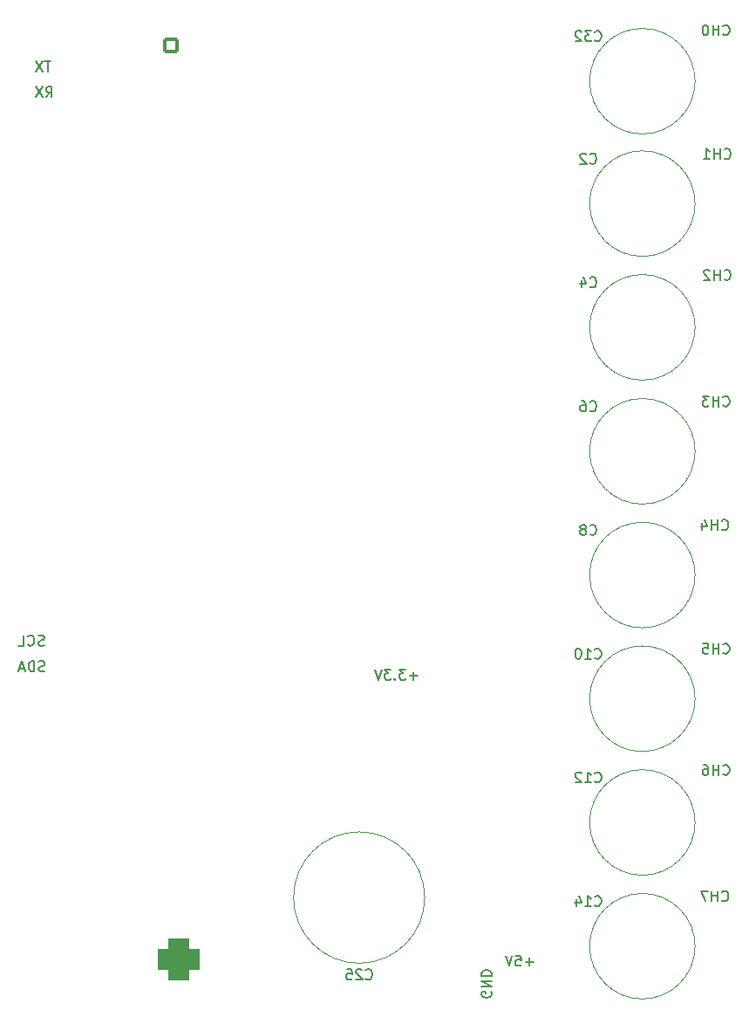
<source format=gbr>
%TF.GenerationSoftware,KiCad,Pcbnew,9.0.4*%
%TF.CreationDate,2025-11-02T13:51:21+01:00*%
%TF.ProjectId,controller,636f6e74-726f-46c6-9c65-722e6b696361,rev?*%
%TF.SameCoordinates,Original*%
%TF.FileFunction,Legend,Bot*%
%TF.FilePolarity,Positive*%
%FSLAX46Y46*%
G04 Gerber Fmt 4.6, Leading zero omitted, Abs format (unit mm)*
G04 Created by KiCad (PCBNEW 9.0.4) date 2025-11-02 13:51:21*
%MOMM*%
%LPD*%
G01*
G04 APERTURE LIST*
G04 Aperture macros list*
%AMRoundRect*
0 Rectangle with rounded corners*
0 $1 Rounding radius*
0 $2 $3 $4 $5 $6 $7 $8 $9 X,Y pos of 4 corners*
0 Add a 4 corners polygon primitive as box body*
4,1,4,$2,$3,$4,$5,$6,$7,$8,$9,$2,$3,0*
0 Add four circle primitives for the rounded corners*
1,1,$1+$1,$2,$3*
1,1,$1+$1,$4,$5*
1,1,$1+$1,$6,$7*
1,1,$1+$1,$8,$9*
0 Add four rect primitives between the rounded corners*
20,1,$1+$1,$2,$3,$4,$5,0*
20,1,$1+$1,$4,$5,$6,$7,0*
20,1,$1+$1,$6,$7,$8,$9,0*
20,1,$1+$1,$8,$9,$2,$3,0*%
%AMFreePoly0*
4,1,37,0.603843,0.796157,0.639018,0.796157,0.711114,0.766294,0.766294,0.711114,0.796157,0.639018,0.796157,0.603843,0.800000,0.600000,0.800000,-0.600000,0.796157,-0.603843,0.796157,-0.639018,0.766294,-0.711114,0.711114,-0.766294,0.639018,-0.796157,0.603843,-0.796157,0.600000,-0.800000,0.000000,-0.800000,0.000000,-0.796148,-0.078414,-0.796148,-0.232228,-0.765552,-0.377117,-0.705537,
-0.507515,-0.618408,-0.618408,-0.507515,-0.705537,-0.377117,-0.765552,-0.232228,-0.796148,-0.078414,-0.796148,0.078414,-0.765552,0.232228,-0.705537,0.377117,-0.618408,0.507515,-0.507515,0.618408,-0.377117,0.705537,-0.232228,0.765552,-0.078414,0.796148,0.000000,0.796148,0.000000,0.800000,0.600000,0.800000,0.603843,0.796157,0.603843,0.796157,$1*%
%AMFreePoly1*
4,1,37,0.000000,0.796148,0.078414,0.796148,0.232228,0.765552,0.377117,0.705537,0.507515,0.618408,0.618408,0.507515,0.705537,0.377117,0.765552,0.232228,0.796148,0.078414,0.796148,-0.078414,0.765552,-0.232228,0.705537,-0.377117,0.618408,-0.507515,0.507515,-0.618408,0.377117,-0.705537,0.232228,-0.765552,0.078414,-0.796148,0.000000,-0.796148,0.000000,-0.800000,-0.600000,-0.800000,
-0.603843,-0.796157,-0.639018,-0.796157,-0.711114,-0.766294,-0.766294,-0.711114,-0.796157,-0.639018,-0.796157,-0.603843,-0.800000,-0.600000,-0.800000,0.600000,-0.796157,0.603843,-0.796157,0.639018,-0.766294,0.711114,-0.711114,0.766294,-0.639018,0.796157,-0.603843,0.796157,-0.600000,0.800000,0.000000,0.800000,0.000000,0.796148,0.000000,0.796148,$1*%
G04 Aperture macros list end*
%ADD10C,0.150000*%
%ADD11C,0.120000*%
%ADD12C,5.700000*%
%ADD13C,3.600000*%
%ADD14C,2.200000*%
%ADD15C,1.850000*%
%ADD16RoundRect,0.200000X-0.600000X-0.600000X0.600000X-0.600000X0.600000X0.600000X-0.600000X0.600000X0*%
%ADD17C,1.600000*%
%ADD18FreePoly0,0.000000*%
%ADD19FreePoly1,0.000000*%
%ADD20C,2.000000*%
%ADD21R,1.700000X1.700000*%
%ADD22C,1.700000*%
%ADD23R,2.000000X2.000000*%
%ADD24R,2.000000X0.900000*%
%ADD25RoundRect,1.025000X1.025000X-1.025000X1.025000X1.025000X-1.025000X1.025000X-1.025000X-1.025000X0*%
%ADD26C,4.100000*%
G04 APERTURE END LIST*
D10*
X38958457Y-99022200D02*
X38815600Y-99069819D01*
X38815600Y-99069819D02*
X38577505Y-99069819D01*
X38577505Y-99069819D02*
X38482267Y-99022200D01*
X38482267Y-99022200D02*
X38434648Y-98974580D01*
X38434648Y-98974580D02*
X38387029Y-98879342D01*
X38387029Y-98879342D02*
X38387029Y-98784104D01*
X38387029Y-98784104D02*
X38434648Y-98688866D01*
X38434648Y-98688866D02*
X38482267Y-98641247D01*
X38482267Y-98641247D02*
X38577505Y-98593628D01*
X38577505Y-98593628D02*
X38767981Y-98546009D01*
X38767981Y-98546009D02*
X38863219Y-98498390D01*
X38863219Y-98498390D02*
X38910838Y-98450771D01*
X38910838Y-98450771D02*
X38958457Y-98355533D01*
X38958457Y-98355533D02*
X38958457Y-98260295D01*
X38958457Y-98260295D02*
X38910838Y-98165057D01*
X38910838Y-98165057D02*
X38863219Y-98117438D01*
X38863219Y-98117438D02*
X38767981Y-98069819D01*
X38767981Y-98069819D02*
X38529886Y-98069819D01*
X38529886Y-98069819D02*
X38387029Y-98117438D01*
X37958457Y-99069819D02*
X37958457Y-98069819D01*
X37958457Y-98069819D02*
X37720362Y-98069819D01*
X37720362Y-98069819D02*
X37577505Y-98117438D01*
X37577505Y-98117438D02*
X37482267Y-98212676D01*
X37482267Y-98212676D02*
X37434648Y-98307914D01*
X37434648Y-98307914D02*
X37387029Y-98498390D01*
X37387029Y-98498390D02*
X37387029Y-98641247D01*
X37387029Y-98641247D02*
X37434648Y-98831723D01*
X37434648Y-98831723D02*
X37482267Y-98926961D01*
X37482267Y-98926961D02*
X37577505Y-99022200D01*
X37577505Y-99022200D02*
X37720362Y-99069819D01*
X37720362Y-99069819D02*
X37958457Y-99069819D01*
X37006076Y-98784104D02*
X36529886Y-98784104D01*
X37101314Y-99069819D02*
X36767981Y-98069819D01*
X36767981Y-98069819D02*
X36434648Y-99069819D01*
X38917730Y-96522200D02*
X38774873Y-96569819D01*
X38774873Y-96569819D02*
X38536778Y-96569819D01*
X38536778Y-96569819D02*
X38441540Y-96522200D01*
X38441540Y-96522200D02*
X38393921Y-96474580D01*
X38393921Y-96474580D02*
X38346302Y-96379342D01*
X38346302Y-96379342D02*
X38346302Y-96284104D01*
X38346302Y-96284104D02*
X38393921Y-96188866D01*
X38393921Y-96188866D02*
X38441540Y-96141247D01*
X38441540Y-96141247D02*
X38536778Y-96093628D01*
X38536778Y-96093628D02*
X38727254Y-96046009D01*
X38727254Y-96046009D02*
X38822492Y-95998390D01*
X38822492Y-95998390D02*
X38870111Y-95950771D01*
X38870111Y-95950771D02*
X38917730Y-95855533D01*
X38917730Y-95855533D02*
X38917730Y-95760295D01*
X38917730Y-95760295D02*
X38870111Y-95665057D01*
X38870111Y-95665057D02*
X38822492Y-95617438D01*
X38822492Y-95617438D02*
X38727254Y-95569819D01*
X38727254Y-95569819D02*
X38489159Y-95569819D01*
X38489159Y-95569819D02*
X38346302Y-95617438D01*
X37346302Y-96474580D02*
X37393921Y-96522200D01*
X37393921Y-96522200D02*
X37536778Y-96569819D01*
X37536778Y-96569819D02*
X37632016Y-96569819D01*
X37632016Y-96569819D02*
X37774873Y-96522200D01*
X37774873Y-96522200D02*
X37870111Y-96426961D01*
X37870111Y-96426961D02*
X37917730Y-96331723D01*
X37917730Y-96331723D02*
X37965349Y-96141247D01*
X37965349Y-96141247D02*
X37965349Y-95998390D01*
X37965349Y-95998390D02*
X37917730Y-95807914D01*
X37917730Y-95807914D02*
X37870111Y-95712676D01*
X37870111Y-95712676D02*
X37774873Y-95617438D01*
X37774873Y-95617438D02*
X37632016Y-95569819D01*
X37632016Y-95569819D02*
X37536778Y-95569819D01*
X37536778Y-95569819D02*
X37393921Y-95617438D01*
X37393921Y-95617438D02*
X37346302Y-95665057D01*
X36441540Y-96569819D02*
X36917730Y-96569819D01*
X36917730Y-96569819D02*
X36917730Y-95569819D01*
X104841792Y-73274580D02*
X104889411Y-73322200D01*
X104889411Y-73322200D02*
X105032268Y-73369819D01*
X105032268Y-73369819D02*
X105127506Y-73369819D01*
X105127506Y-73369819D02*
X105270363Y-73322200D01*
X105270363Y-73322200D02*
X105365601Y-73226961D01*
X105365601Y-73226961D02*
X105413220Y-73131723D01*
X105413220Y-73131723D02*
X105460839Y-72941247D01*
X105460839Y-72941247D02*
X105460839Y-72798390D01*
X105460839Y-72798390D02*
X105413220Y-72607914D01*
X105413220Y-72607914D02*
X105365601Y-72512676D01*
X105365601Y-72512676D02*
X105270363Y-72417438D01*
X105270363Y-72417438D02*
X105127506Y-72369819D01*
X105127506Y-72369819D02*
X105032268Y-72369819D01*
X105032268Y-72369819D02*
X104889411Y-72417438D01*
X104889411Y-72417438D02*
X104841792Y-72465057D01*
X104413220Y-73369819D02*
X104413220Y-72369819D01*
X104413220Y-72846009D02*
X103841792Y-72846009D01*
X103841792Y-73369819D02*
X103841792Y-72369819D01*
X103460839Y-72369819D02*
X102841792Y-72369819D01*
X102841792Y-72369819D02*
X103175125Y-72750771D01*
X103175125Y-72750771D02*
X103032268Y-72750771D01*
X103032268Y-72750771D02*
X102937030Y-72798390D01*
X102937030Y-72798390D02*
X102889411Y-72846009D01*
X102889411Y-72846009D02*
X102841792Y-72941247D01*
X102841792Y-72941247D02*
X102841792Y-73179342D01*
X102841792Y-73179342D02*
X102889411Y-73274580D01*
X102889411Y-73274580D02*
X102937030Y-73322200D01*
X102937030Y-73322200D02*
X103032268Y-73369819D01*
X103032268Y-73369819D02*
X103317982Y-73369819D01*
X103317982Y-73369819D02*
X103413220Y-73322200D01*
X103413220Y-73322200D02*
X103460839Y-73274580D01*
X104841792Y-109024580D02*
X104889411Y-109072200D01*
X104889411Y-109072200D02*
X105032268Y-109119819D01*
X105032268Y-109119819D02*
X105127506Y-109119819D01*
X105127506Y-109119819D02*
X105270363Y-109072200D01*
X105270363Y-109072200D02*
X105365601Y-108976961D01*
X105365601Y-108976961D02*
X105413220Y-108881723D01*
X105413220Y-108881723D02*
X105460839Y-108691247D01*
X105460839Y-108691247D02*
X105460839Y-108548390D01*
X105460839Y-108548390D02*
X105413220Y-108357914D01*
X105413220Y-108357914D02*
X105365601Y-108262676D01*
X105365601Y-108262676D02*
X105270363Y-108167438D01*
X105270363Y-108167438D02*
X105127506Y-108119819D01*
X105127506Y-108119819D02*
X105032268Y-108119819D01*
X105032268Y-108119819D02*
X104889411Y-108167438D01*
X104889411Y-108167438D02*
X104841792Y-108215057D01*
X104413220Y-109119819D02*
X104413220Y-108119819D01*
X104413220Y-108596009D02*
X103841792Y-108596009D01*
X103841792Y-109119819D02*
X103841792Y-108119819D01*
X102937030Y-108119819D02*
X103127506Y-108119819D01*
X103127506Y-108119819D02*
X103222744Y-108167438D01*
X103222744Y-108167438D02*
X103270363Y-108215057D01*
X103270363Y-108215057D02*
X103365601Y-108357914D01*
X103365601Y-108357914D02*
X103413220Y-108548390D01*
X103413220Y-108548390D02*
X103413220Y-108929342D01*
X103413220Y-108929342D02*
X103365601Y-109024580D01*
X103365601Y-109024580D02*
X103317982Y-109072200D01*
X103317982Y-109072200D02*
X103222744Y-109119819D01*
X103222744Y-109119819D02*
X103032268Y-109119819D01*
X103032268Y-109119819D02*
X102937030Y-109072200D01*
X102937030Y-109072200D02*
X102889411Y-109024580D01*
X102889411Y-109024580D02*
X102841792Y-108929342D01*
X102841792Y-108929342D02*
X102841792Y-108691247D01*
X102841792Y-108691247D02*
X102889411Y-108596009D01*
X102889411Y-108596009D02*
X102937030Y-108548390D01*
X102937030Y-108548390D02*
X103032268Y-108500771D01*
X103032268Y-108500771D02*
X103222744Y-108500771D01*
X103222744Y-108500771D02*
X103317982Y-108548390D01*
X103317982Y-108548390D02*
X103365601Y-108596009D01*
X103365601Y-108596009D02*
X103413220Y-108691247D01*
X104721792Y-121274580D02*
X104769411Y-121322200D01*
X104769411Y-121322200D02*
X104912268Y-121369819D01*
X104912268Y-121369819D02*
X105007506Y-121369819D01*
X105007506Y-121369819D02*
X105150363Y-121322200D01*
X105150363Y-121322200D02*
X105245601Y-121226961D01*
X105245601Y-121226961D02*
X105293220Y-121131723D01*
X105293220Y-121131723D02*
X105340839Y-120941247D01*
X105340839Y-120941247D02*
X105340839Y-120798390D01*
X105340839Y-120798390D02*
X105293220Y-120607914D01*
X105293220Y-120607914D02*
X105245601Y-120512676D01*
X105245601Y-120512676D02*
X105150363Y-120417438D01*
X105150363Y-120417438D02*
X105007506Y-120369819D01*
X105007506Y-120369819D02*
X104912268Y-120369819D01*
X104912268Y-120369819D02*
X104769411Y-120417438D01*
X104769411Y-120417438D02*
X104721792Y-120465057D01*
X104293220Y-121369819D02*
X104293220Y-120369819D01*
X104293220Y-120846009D02*
X103721792Y-120846009D01*
X103721792Y-121369819D02*
X103721792Y-120369819D01*
X103340839Y-120369819D02*
X102674173Y-120369819D01*
X102674173Y-120369819D02*
X103102744Y-121369819D01*
X39091792Y-43369819D02*
X39425125Y-42893628D01*
X39663220Y-43369819D02*
X39663220Y-42369819D01*
X39663220Y-42369819D02*
X39282268Y-42369819D01*
X39282268Y-42369819D02*
X39187030Y-42417438D01*
X39187030Y-42417438D02*
X39139411Y-42465057D01*
X39139411Y-42465057D02*
X39091792Y-42560295D01*
X39091792Y-42560295D02*
X39091792Y-42703152D01*
X39091792Y-42703152D02*
X39139411Y-42798390D01*
X39139411Y-42798390D02*
X39187030Y-42846009D01*
X39187030Y-42846009D02*
X39282268Y-42893628D01*
X39282268Y-42893628D02*
X39663220Y-42893628D01*
X38758458Y-42369819D02*
X38091792Y-43369819D01*
X38091792Y-42369819D02*
X38758458Y-43369819D01*
X86413220Y-127238866D02*
X85651316Y-127238866D01*
X86032268Y-127619819D02*
X86032268Y-126857914D01*
X84698935Y-126619819D02*
X85175125Y-126619819D01*
X85175125Y-126619819D02*
X85222744Y-127096009D01*
X85222744Y-127096009D02*
X85175125Y-127048390D01*
X85175125Y-127048390D02*
X85079887Y-127000771D01*
X85079887Y-127000771D02*
X84841792Y-127000771D01*
X84841792Y-127000771D02*
X84746554Y-127048390D01*
X84746554Y-127048390D02*
X84698935Y-127096009D01*
X84698935Y-127096009D02*
X84651316Y-127191247D01*
X84651316Y-127191247D02*
X84651316Y-127429342D01*
X84651316Y-127429342D02*
X84698935Y-127524580D01*
X84698935Y-127524580D02*
X84746554Y-127572200D01*
X84746554Y-127572200D02*
X84841792Y-127619819D01*
X84841792Y-127619819D02*
X85079887Y-127619819D01*
X85079887Y-127619819D02*
X85175125Y-127572200D01*
X85175125Y-127572200D02*
X85222744Y-127524580D01*
X84365601Y-126619819D02*
X84032268Y-127619819D01*
X84032268Y-127619819D02*
X83698935Y-126619819D01*
X82332561Y-130139411D02*
X82380180Y-130234649D01*
X82380180Y-130234649D02*
X82380180Y-130377506D01*
X82380180Y-130377506D02*
X82332561Y-130520363D01*
X82332561Y-130520363D02*
X82237323Y-130615601D01*
X82237323Y-130615601D02*
X82142085Y-130663220D01*
X82142085Y-130663220D02*
X81951609Y-130710839D01*
X81951609Y-130710839D02*
X81808752Y-130710839D01*
X81808752Y-130710839D02*
X81618276Y-130663220D01*
X81618276Y-130663220D02*
X81523038Y-130615601D01*
X81523038Y-130615601D02*
X81427800Y-130520363D01*
X81427800Y-130520363D02*
X81380180Y-130377506D01*
X81380180Y-130377506D02*
X81380180Y-130282268D01*
X81380180Y-130282268D02*
X81427800Y-130139411D01*
X81427800Y-130139411D02*
X81475419Y-130091792D01*
X81475419Y-130091792D02*
X81808752Y-130091792D01*
X81808752Y-130091792D02*
X81808752Y-130282268D01*
X81380180Y-129663220D02*
X82380180Y-129663220D01*
X82380180Y-129663220D02*
X81380180Y-129091792D01*
X81380180Y-129091792D02*
X82380180Y-129091792D01*
X81380180Y-128615601D02*
X82380180Y-128615601D01*
X82380180Y-128615601D02*
X82380180Y-128377506D01*
X82380180Y-128377506D02*
X82332561Y-128234649D01*
X82332561Y-128234649D02*
X82237323Y-128139411D01*
X82237323Y-128139411D02*
X82142085Y-128091792D01*
X82142085Y-128091792D02*
X81951609Y-128044173D01*
X81951609Y-128044173D02*
X81808752Y-128044173D01*
X81808752Y-128044173D02*
X81618276Y-128091792D01*
X81618276Y-128091792D02*
X81523038Y-128139411D01*
X81523038Y-128139411D02*
X81427800Y-128234649D01*
X81427800Y-128234649D02*
X81380180Y-128377506D01*
X81380180Y-128377506D02*
X81380180Y-128615601D01*
X75163220Y-99488866D02*
X74401316Y-99488866D01*
X74782268Y-99869819D02*
X74782268Y-99107914D01*
X74020363Y-98869819D02*
X73401316Y-98869819D01*
X73401316Y-98869819D02*
X73734649Y-99250771D01*
X73734649Y-99250771D02*
X73591792Y-99250771D01*
X73591792Y-99250771D02*
X73496554Y-99298390D01*
X73496554Y-99298390D02*
X73448935Y-99346009D01*
X73448935Y-99346009D02*
X73401316Y-99441247D01*
X73401316Y-99441247D02*
X73401316Y-99679342D01*
X73401316Y-99679342D02*
X73448935Y-99774580D01*
X73448935Y-99774580D02*
X73496554Y-99822200D01*
X73496554Y-99822200D02*
X73591792Y-99869819D01*
X73591792Y-99869819D02*
X73877506Y-99869819D01*
X73877506Y-99869819D02*
X73972744Y-99822200D01*
X73972744Y-99822200D02*
X74020363Y-99774580D01*
X72972744Y-99774580D02*
X72925125Y-99822200D01*
X72925125Y-99822200D02*
X72972744Y-99869819D01*
X72972744Y-99869819D02*
X73020363Y-99822200D01*
X73020363Y-99822200D02*
X72972744Y-99774580D01*
X72972744Y-99774580D02*
X72972744Y-99869819D01*
X72591792Y-98869819D02*
X71972745Y-98869819D01*
X71972745Y-98869819D02*
X72306078Y-99250771D01*
X72306078Y-99250771D02*
X72163221Y-99250771D01*
X72163221Y-99250771D02*
X72067983Y-99298390D01*
X72067983Y-99298390D02*
X72020364Y-99346009D01*
X72020364Y-99346009D02*
X71972745Y-99441247D01*
X71972745Y-99441247D02*
X71972745Y-99679342D01*
X71972745Y-99679342D02*
X72020364Y-99774580D01*
X72020364Y-99774580D02*
X72067983Y-99822200D01*
X72067983Y-99822200D02*
X72163221Y-99869819D01*
X72163221Y-99869819D02*
X72448935Y-99869819D01*
X72448935Y-99869819D02*
X72544173Y-99822200D01*
X72544173Y-99822200D02*
X72591792Y-99774580D01*
X71687030Y-98869819D02*
X71353697Y-99869819D01*
X71353697Y-99869819D02*
X71020364Y-98869819D01*
X104961792Y-49274580D02*
X105009411Y-49322200D01*
X105009411Y-49322200D02*
X105152268Y-49369819D01*
X105152268Y-49369819D02*
X105247506Y-49369819D01*
X105247506Y-49369819D02*
X105390363Y-49322200D01*
X105390363Y-49322200D02*
X105485601Y-49226961D01*
X105485601Y-49226961D02*
X105533220Y-49131723D01*
X105533220Y-49131723D02*
X105580839Y-48941247D01*
X105580839Y-48941247D02*
X105580839Y-48798390D01*
X105580839Y-48798390D02*
X105533220Y-48607914D01*
X105533220Y-48607914D02*
X105485601Y-48512676D01*
X105485601Y-48512676D02*
X105390363Y-48417438D01*
X105390363Y-48417438D02*
X105247506Y-48369819D01*
X105247506Y-48369819D02*
X105152268Y-48369819D01*
X105152268Y-48369819D02*
X105009411Y-48417438D01*
X105009411Y-48417438D02*
X104961792Y-48465057D01*
X104533220Y-49369819D02*
X104533220Y-48369819D01*
X104533220Y-48846009D02*
X103961792Y-48846009D01*
X103961792Y-49369819D02*
X103961792Y-48369819D01*
X102961792Y-49369819D02*
X103533220Y-49369819D01*
X103247506Y-49369819D02*
X103247506Y-48369819D01*
X103247506Y-48369819D02*
X103342744Y-48512676D01*
X103342744Y-48512676D02*
X103437982Y-48607914D01*
X103437982Y-48607914D02*
X103533220Y-48655533D01*
X39556077Y-39869819D02*
X38984649Y-39869819D01*
X39270363Y-40869819D02*
X39270363Y-39869819D01*
X38746553Y-39869819D02*
X38079887Y-40869819D01*
X38079887Y-39869819D02*
X38746553Y-40869819D01*
X104841792Y-37274580D02*
X104889411Y-37322200D01*
X104889411Y-37322200D02*
X105032268Y-37369819D01*
X105032268Y-37369819D02*
X105127506Y-37369819D01*
X105127506Y-37369819D02*
X105270363Y-37322200D01*
X105270363Y-37322200D02*
X105365601Y-37226961D01*
X105365601Y-37226961D02*
X105413220Y-37131723D01*
X105413220Y-37131723D02*
X105460839Y-36941247D01*
X105460839Y-36941247D02*
X105460839Y-36798390D01*
X105460839Y-36798390D02*
X105413220Y-36607914D01*
X105413220Y-36607914D02*
X105365601Y-36512676D01*
X105365601Y-36512676D02*
X105270363Y-36417438D01*
X105270363Y-36417438D02*
X105127506Y-36369819D01*
X105127506Y-36369819D02*
X105032268Y-36369819D01*
X105032268Y-36369819D02*
X104889411Y-36417438D01*
X104889411Y-36417438D02*
X104841792Y-36465057D01*
X104413220Y-37369819D02*
X104413220Y-36369819D01*
X104413220Y-36846009D02*
X103841792Y-36846009D01*
X103841792Y-37369819D02*
X103841792Y-36369819D01*
X103175125Y-36369819D02*
X103079887Y-36369819D01*
X103079887Y-36369819D02*
X102984649Y-36417438D01*
X102984649Y-36417438D02*
X102937030Y-36465057D01*
X102937030Y-36465057D02*
X102889411Y-36560295D01*
X102889411Y-36560295D02*
X102841792Y-36750771D01*
X102841792Y-36750771D02*
X102841792Y-36988866D01*
X102841792Y-36988866D02*
X102889411Y-37179342D01*
X102889411Y-37179342D02*
X102937030Y-37274580D01*
X102937030Y-37274580D02*
X102984649Y-37322200D01*
X102984649Y-37322200D02*
X103079887Y-37369819D01*
X103079887Y-37369819D02*
X103175125Y-37369819D01*
X103175125Y-37369819D02*
X103270363Y-37322200D01*
X103270363Y-37322200D02*
X103317982Y-37274580D01*
X103317982Y-37274580D02*
X103365601Y-37179342D01*
X103365601Y-37179342D02*
X103413220Y-36988866D01*
X103413220Y-36988866D02*
X103413220Y-36750771D01*
X103413220Y-36750771D02*
X103365601Y-36560295D01*
X103365601Y-36560295D02*
X103317982Y-36465057D01*
X103317982Y-36465057D02*
X103270363Y-36417438D01*
X103270363Y-36417438D02*
X103175125Y-36369819D01*
X104841792Y-97274580D02*
X104889411Y-97322200D01*
X104889411Y-97322200D02*
X105032268Y-97369819D01*
X105032268Y-97369819D02*
X105127506Y-97369819D01*
X105127506Y-97369819D02*
X105270363Y-97322200D01*
X105270363Y-97322200D02*
X105365601Y-97226961D01*
X105365601Y-97226961D02*
X105413220Y-97131723D01*
X105413220Y-97131723D02*
X105460839Y-96941247D01*
X105460839Y-96941247D02*
X105460839Y-96798390D01*
X105460839Y-96798390D02*
X105413220Y-96607914D01*
X105413220Y-96607914D02*
X105365601Y-96512676D01*
X105365601Y-96512676D02*
X105270363Y-96417438D01*
X105270363Y-96417438D02*
X105127506Y-96369819D01*
X105127506Y-96369819D02*
X105032268Y-96369819D01*
X105032268Y-96369819D02*
X104889411Y-96417438D01*
X104889411Y-96417438D02*
X104841792Y-96465057D01*
X104413220Y-97369819D02*
X104413220Y-96369819D01*
X104413220Y-96846009D02*
X103841792Y-96846009D01*
X103841792Y-97369819D02*
X103841792Y-96369819D01*
X102889411Y-96369819D02*
X103365601Y-96369819D01*
X103365601Y-96369819D02*
X103413220Y-96846009D01*
X103413220Y-96846009D02*
X103365601Y-96798390D01*
X103365601Y-96798390D02*
X103270363Y-96750771D01*
X103270363Y-96750771D02*
X103032268Y-96750771D01*
X103032268Y-96750771D02*
X102937030Y-96798390D01*
X102937030Y-96798390D02*
X102889411Y-96846009D01*
X102889411Y-96846009D02*
X102841792Y-96941247D01*
X102841792Y-96941247D02*
X102841792Y-97179342D01*
X102841792Y-97179342D02*
X102889411Y-97274580D01*
X102889411Y-97274580D02*
X102937030Y-97322200D01*
X102937030Y-97322200D02*
X103032268Y-97369819D01*
X103032268Y-97369819D02*
X103270363Y-97369819D01*
X103270363Y-97369819D02*
X103365601Y-97322200D01*
X103365601Y-97322200D02*
X103413220Y-97274580D01*
X104961792Y-61024580D02*
X105009411Y-61072200D01*
X105009411Y-61072200D02*
X105152268Y-61119819D01*
X105152268Y-61119819D02*
X105247506Y-61119819D01*
X105247506Y-61119819D02*
X105390363Y-61072200D01*
X105390363Y-61072200D02*
X105485601Y-60976961D01*
X105485601Y-60976961D02*
X105533220Y-60881723D01*
X105533220Y-60881723D02*
X105580839Y-60691247D01*
X105580839Y-60691247D02*
X105580839Y-60548390D01*
X105580839Y-60548390D02*
X105533220Y-60357914D01*
X105533220Y-60357914D02*
X105485601Y-60262676D01*
X105485601Y-60262676D02*
X105390363Y-60167438D01*
X105390363Y-60167438D02*
X105247506Y-60119819D01*
X105247506Y-60119819D02*
X105152268Y-60119819D01*
X105152268Y-60119819D02*
X105009411Y-60167438D01*
X105009411Y-60167438D02*
X104961792Y-60215057D01*
X104533220Y-61119819D02*
X104533220Y-60119819D01*
X104533220Y-60596009D02*
X103961792Y-60596009D01*
X103961792Y-61119819D02*
X103961792Y-60119819D01*
X103533220Y-60215057D02*
X103485601Y-60167438D01*
X103485601Y-60167438D02*
X103390363Y-60119819D01*
X103390363Y-60119819D02*
X103152268Y-60119819D01*
X103152268Y-60119819D02*
X103057030Y-60167438D01*
X103057030Y-60167438D02*
X103009411Y-60215057D01*
X103009411Y-60215057D02*
X102961792Y-60310295D01*
X102961792Y-60310295D02*
X102961792Y-60405533D01*
X102961792Y-60405533D02*
X103009411Y-60548390D01*
X103009411Y-60548390D02*
X103580839Y-61119819D01*
X103580839Y-61119819D02*
X102961792Y-61119819D01*
X104721792Y-85274580D02*
X104769411Y-85322200D01*
X104769411Y-85322200D02*
X104912268Y-85369819D01*
X104912268Y-85369819D02*
X105007506Y-85369819D01*
X105007506Y-85369819D02*
X105150363Y-85322200D01*
X105150363Y-85322200D02*
X105245601Y-85226961D01*
X105245601Y-85226961D02*
X105293220Y-85131723D01*
X105293220Y-85131723D02*
X105340839Y-84941247D01*
X105340839Y-84941247D02*
X105340839Y-84798390D01*
X105340839Y-84798390D02*
X105293220Y-84607914D01*
X105293220Y-84607914D02*
X105245601Y-84512676D01*
X105245601Y-84512676D02*
X105150363Y-84417438D01*
X105150363Y-84417438D02*
X105007506Y-84369819D01*
X105007506Y-84369819D02*
X104912268Y-84369819D01*
X104912268Y-84369819D02*
X104769411Y-84417438D01*
X104769411Y-84417438D02*
X104721792Y-84465057D01*
X104293220Y-85369819D02*
X104293220Y-84369819D01*
X104293220Y-84846009D02*
X103721792Y-84846009D01*
X103721792Y-85369819D02*
X103721792Y-84369819D01*
X102817030Y-84703152D02*
X102817030Y-85369819D01*
X103055125Y-84322200D02*
X103293220Y-85036485D01*
X103293220Y-85036485D02*
X102674173Y-85036485D01*
X91916666Y-73754580D02*
X91964285Y-73802200D01*
X91964285Y-73802200D02*
X92107142Y-73849819D01*
X92107142Y-73849819D02*
X92202380Y-73849819D01*
X92202380Y-73849819D02*
X92345237Y-73802200D01*
X92345237Y-73802200D02*
X92440475Y-73706961D01*
X92440475Y-73706961D02*
X92488094Y-73611723D01*
X92488094Y-73611723D02*
X92535713Y-73421247D01*
X92535713Y-73421247D02*
X92535713Y-73278390D01*
X92535713Y-73278390D02*
X92488094Y-73087914D01*
X92488094Y-73087914D02*
X92440475Y-72992676D01*
X92440475Y-72992676D02*
X92345237Y-72897438D01*
X92345237Y-72897438D02*
X92202380Y-72849819D01*
X92202380Y-72849819D02*
X92107142Y-72849819D01*
X92107142Y-72849819D02*
X91964285Y-72897438D01*
X91964285Y-72897438D02*
X91916666Y-72945057D01*
X91059523Y-72849819D02*
X91249999Y-72849819D01*
X91249999Y-72849819D02*
X91345237Y-72897438D01*
X91345237Y-72897438D02*
X91392856Y-72945057D01*
X91392856Y-72945057D02*
X91488094Y-73087914D01*
X91488094Y-73087914D02*
X91535713Y-73278390D01*
X91535713Y-73278390D02*
X91535713Y-73659342D01*
X91535713Y-73659342D02*
X91488094Y-73754580D01*
X91488094Y-73754580D02*
X91440475Y-73802200D01*
X91440475Y-73802200D02*
X91345237Y-73849819D01*
X91345237Y-73849819D02*
X91154761Y-73849819D01*
X91154761Y-73849819D02*
X91059523Y-73802200D01*
X91059523Y-73802200D02*
X91011904Y-73754580D01*
X91011904Y-73754580D02*
X90964285Y-73659342D01*
X90964285Y-73659342D02*
X90964285Y-73421247D01*
X90964285Y-73421247D02*
X91011904Y-73326009D01*
X91011904Y-73326009D02*
X91059523Y-73278390D01*
X91059523Y-73278390D02*
X91154761Y-73230771D01*
X91154761Y-73230771D02*
X91345237Y-73230771D01*
X91345237Y-73230771D02*
X91440475Y-73278390D01*
X91440475Y-73278390D02*
X91488094Y-73326009D01*
X91488094Y-73326009D02*
X91535713Y-73421247D01*
X92392857Y-121754580D02*
X92440476Y-121802200D01*
X92440476Y-121802200D02*
X92583333Y-121849819D01*
X92583333Y-121849819D02*
X92678571Y-121849819D01*
X92678571Y-121849819D02*
X92821428Y-121802200D01*
X92821428Y-121802200D02*
X92916666Y-121706961D01*
X92916666Y-121706961D02*
X92964285Y-121611723D01*
X92964285Y-121611723D02*
X93011904Y-121421247D01*
X93011904Y-121421247D02*
X93011904Y-121278390D01*
X93011904Y-121278390D02*
X92964285Y-121087914D01*
X92964285Y-121087914D02*
X92916666Y-120992676D01*
X92916666Y-120992676D02*
X92821428Y-120897438D01*
X92821428Y-120897438D02*
X92678571Y-120849819D01*
X92678571Y-120849819D02*
X92583333Y-120849819D01*
X92583333Y-120849819D02*
X92440476Y-120897438D01*
X92440476Y-120897438D02*
X92392857Y-120945057D01*
X91440476Y-121849819D02*
X92011904Y-121849819D01*
X91726190Y-121849819D02*
X91726190Y-120849819D01*
X91726190Y-120849819D02*
X91821428Y-120992676D01*
X91821428Y-120992676D02*
X91916666Y-121087914D01*
X91916666Y-121087914D02*
X92011904Y-121135533D01*
X90583333Y-121183152D02*
X90583333Y-121849819D01*
X90821428Y-120802200D02*
X91059523Y-121516485D01*
X91059523Y-121516485D02*
X90440476Y-121516485D01*
X92392857Y-97754580D02*
X92440476Y-97802200D01*
X92440476Y-97802200D02*
X92583333Y-97849819D01*
X92583333Y-97849819D02*
X92678571Y-97849819D01*
X92678571Y-97849819D02*
X92821428Y-97802200D01*
X92821428Y-97802200D02*
X92916666Y-97706961D01*
X92916666Y-97706961D02*
X92964285Y-97611723D01*
X92964285Y-97611723D02*
X93011904Y-97421247D01*
X93011904Y-97421247D02*
X93011904Y-97278390D01*
X93011904Y-97278390D02*
X92964285Y-97087914D01*
X92964285Y-97087914D02*
X92916666Y-96992676D01*
X92916666Y-96992676D02*
X92821428Y-96897438D01*
X92821428Y-96897438D02*
X92678571Y-96849819D01*
X92678571Y-96849819D02*
X92583333Y-96849819D01*
X92583333Y-96849819D02*
X92440476Y-96897438D01*
X92440476Y-96897438D02*
X92392857Y-96945057D01*
X91440476Y-97849819D02*
X92011904Y-97849819D01*
X91726190Y-97849819D02*
X91726190Y-96849819D01*
X91726190Y-96849819D02*
X91821428Y-96992676D01*
X91821428Y-96992676D02*
X91916666Y-97087914D01*
X91916666Y-97087914D02*
X92011904Y-97135533D01*
X90821428Y-96849819D02*
X90726190Y-96849819D01*
X90726190Y-96849819D02*
X90630952Y-96897438D01*
X90630952Y-96897438D02*
X90583333Y-96945057D01*
X90583333Y-96945057D02*
X90535714Y-97040295D01*
X90535714Y-97040295D02*
X90488095Y-97230771D01*
X90488095Y-97230771D02*
X90488095Y-97468866D01*
X90488095Y-97468866D02*
X90535714Y-97659342D01*
X90535714Y-97659342D02*
X90583333Y-97754580D01*
X90583333Y-97754580D02*
X90630952Y-97802200D01*
X90630952Y-97802200D02*
X90726190Y-97849819D01*
X90726190Y-97849819D02*
X90821428Y-97849819D01*
X90821428Y-97849819D02*
X90916666Y-97802200D01*
X90916666Y-97802200D02*
X90964285Y-97754580D01*
X90964285Y-97754580D02*
X91011904Y-97659342D01*
X91011904Y-97659342D02*
X91059523Y-97468866D01*
X91059523Y-97468866D02*
X91059523Y-97230771D01*
X91059523Y-97230771D02*
X91011904Y-97040295D01*
X91011904Y-97040295D02*
X90964285Y-96945057D01*
X90964285Y-96945057D02*
X90916666Y-96897438D01*
X90916666Y-96897438D02*
X90821428Y-96849819D01*
X91916666Y-49734580D02*
X91964285Y-49782200D01*
X91964285Y-49782200D02*
X92107142Y-49829819D01*
X92107142Y-49829819D02*
X92202380Y-49829819D01*
X92202380Y-49829819D02*
X92345237Y-49782200D01*
X92345237Y-49782200D02*
X92440475Y-49686961D01*
X92440475Y-49686961D02*
X92488094Y-49591723D01*
X92488094Y-49591723D02*
X92535713Y-49401247D01*
X92535713Y-49401247D02*
X92535713Y-49258390D01*
X92535713Y-49258390D02*
X92488094Y-49067914D01*
X92488094Y-49067914D02*
X92440475Y-48972676D01*
X92440475Y-48972676D02*
X92345237Y-48877438D01*
X92345237Y-48877438D02*
X92202380Y-48829819D01*
X92202380Y-48829819D02*
X92107142Y-48829819D01*
X92107142Y-48829819D02*
X91964285Y-48877438D01*
X91964285Y-48877438D02*
X91916666Y-48925057D01*
X91535713Y-48925057D02*
X91488094Y-48877438D01*
X91488094Y-48877438D02*
X91392856Y-48829819D01*
X91392856Y-48829819D02*
X91154761Y-48829819D01*
X91154761Y-48829819D02*
X91059523Y-48877438D01*
X91059523Y-48877438D02*
X91011904Y-48925057D01*
X91011904Y-48925057D02*
X90964285Y-49020295D01*
X90964285Y-49020295D02*
X90964285Y-49115533D01*
X90964285Y-49115533D02*
X91011904Y-49258390D01*
X91011904Y-49258390D02*
X91583332Y-49829819D01*
X91583332Y-49829819D02*
X90964285Y-49829819D01*
X92392857Y-37859580D02*
X92440476Y-37907200D01*
X92440476Y-37907200D02*
X92583333Y-37954819D01*
X92583333Y-37954819D02*
X92678571Y-37954819D01*
X92678571Y-37954819D02*
X92821428Y-37907200D01*
X92821428Y-37907200D02*
X92916666Y-37811961D01*
X92916666Y-37811961D02*
X92964285Y-37716723D01*
X92964285Y-37716723D02*
X93011904Y-37526247D01*
X93011904Y-37526247D02*
X93011904Y-37383390D01*
X93011904Y-37383390D02*
X92964285Y-37192914D01*
X92964285Y-37192914D02*
X92916666Y-37097676D01*
X92916666Y-37097676D02*
X92821428Y-37002438D01*
X92821428Y-37002438D02*
X92678571Y-36954819D01*
X92678571Y-36954819D02*
X92583333Y-36954819D01*
X92583333Y-36954819D02*
X92440476Y-37002438D01*
X92440476Y-37002438D02*
X92392857Y-37050057D01*
X92059523Y-36954819D02*
X91440476Y-36954819D01*
X91440476Y-36954819D02*
X91773809Y-37335771D01*
X91773809Y-37335771D02*
X91630952Y-37335771D01*
X91630952Y-37335771D02*
X91535714Y-37383390D01*
X91535714Y-37383390D02*
X91488095Y-37431009D01*
X91488095Y-37431009D02*
X91440476Y-37526247D01*
X91440476Y-37526247D02*
X91440476Y-37764342D01*
X91440476Y-37764342D02*
X91488095Y-37859580D01*
X91488095Y-37859580D02*
X91535714Y-37907200D01*
X91535714Y-37907200D02*
X91630952Y-37954819D01*
X91630952Y-37954819D02*
X91916666Y-37954819D01*
X91916666Y-37954819D02*
X92011904Y-37907200D01*
X92011904Y-37907200D02*
X92059523Y-37859580D01*
X91059523Y-37050057D02*
X91011904Y-37002438D01*
X91011904Y-37002438D02*
X90916666Y-36954819D01*
X90916666Y-36954819D02*
X90678571Y-36954819D01*
X90678571Y-36954819D02*
X90583333Y-37002438D01*
X90583333Y-37002438D02*
X90535714Y-37050057D01*
X90535714Y-37050057D02*
X90488095Y-37145295D01*
X90488095Y-37145295D02*
X90488095Y-37240533D01*
X90488095Y-37240533D02*
X90535714Y-37383390D01*
X90535714Y-37383390D02*
X91107142Y-37954819D01*
X91107142Y-37954819D02*
X90488095Y-37954819D01*
X91916666Y-61734580D02*
X91964285Y-61782200D01*
X91964285Y-61782200D02*
X92107142Y-61829819D01*
X92107142Y-61829819D02*
X92202380Y-61829819D01*
X92202380Y-61829819D02*
X92345237Y-61782200D01*
X92345237Y-61782200D02*
X92440475Y-61686961D01*
X92440475Y-61686961D02*
X92488094Y-61591723D01*
X92488094Y-61591723D02*
X92535713Y-61401247D01*
X92535713Y-61401247D02*
X92535713Y-61258390D01*
X92535713Y-61258390D02*
X92488094Y-61067914D01*
X92488094Y-61067914D02*
X92440475Y-60972676D01*
X92440475Y-60972676D02*
X92345237Y-60877438D01*
X92345237Y-60877438D02*
X92202380Y-60829819D01*
X92202380Y-60829819D02*
X92107142Y-60829819D01*
X92107142Y-60829819D02*
X91964285Y-60877438D01*
X91964285Y-60877438D02*
X91916666Y-60925057D01*
X91059523Y-61163152D02*
X91059523Y-61829819D01*
X91297618Y-60782200D02*
X91535713Y-61496485D01*
X91535713Y-61496485D02*
X90916666Y-61496485D01*
X70142857Y-128859580D02*
X70190476Y-128907200D01*
X70190476Y-128907200D02*
X70333333Y-128954819D01*
X70333333Y-128954819D02*
X70428571Y-128954819D01*
X70428571Y-128954819D02*
X70571428Y-128907200D01*
X70571428Y-128907200D02*
X70666666Y-128811961D01*
X70666666Y-128811961D02*
X70714285Y-128716723D01*
X70714285Y-128716723D02*
X70761904Y-128526247D01*
X70761904Y-128526247D02*
X70761904Y-128383390D01*
X70761904Y-128383390D02*
X70714285Y-128192914D01*
X70714285Y-128192914D02*
X70666666Y-128097676D01*
X70666666Y-128097676D02*
X70571428Y-128002438D01*
X70571428Y-128002438D02*
X70428571Y-127954819D01*
X70428571Y-127954819D02*
X70333333Y-127954819D01*
X70333333Y-127954819D02*
X70190476Y-128002438D01*
X70190476Y-128002438D02*
X70142857Y-128050057D01*
X69761904Y-128050057D02*
X69714285Y-128002438D01*
X69714285Y-128002438D02*
X69619047Y-127954819D01*
X69619047Y-127954819D02*
X69380952Y-127954819D01*
X69380952Y-127954819D02*
X69285714Y-128002438D01*
X69285714Y-128002438D02*
X69238095Y-128050057D01*
X69238095Y-128050057D02*
X69190476Y-128145295D01*
X69190476Y-128145295D02*
X69190476Y-128240533D01*
X69190476Y-128240533D02*
X69238095Y-128383390D01*
X69238095Y-128383390D02*
X69809523Y-128954819D01*
X69809523Y-128954819D02*
X69190476Y-128954819D01*
X68285714Y-127954819D02*
X68761904Y-127954819D01*
X68761904Y-127954819D02*
X68809523Y-128431009D01*
X68809523Y-128431009D02*
X68761904Y-128383390D01*
X68761904Y-128383390D02*
X68666666Y-128335771D01*
X68666666Y-128335771D02*
X68428571Y-128335771D01*
X68428571Y-128335771D02*
X68333333Y-128383390D01*
X68333333Y-128383390D02*
X68285714Y-128431009D01*
X68285714Y-128431009D02*
X68238095Y-128526247D01*
X68238095Y-128526247D02*
X68238095Y-128764342D01*
X68238095Y-128764342D02*
X68285714Y-128859580D01*
X68285714Y-128859580D02*
X68333333Y-128907200D01*
X68333333Y-128907200D02*
X68428571Y-128954819D01*
X68428571Y-128954819D02*
X68666666Y-128954819D01*
X68666666Y-128954819D02*
X68761904Y-128907200D01*
X68761904Y-128907200D02*
X68809523Y-128859580D01*
X91916666Y-85754580D02*
X91964285Y-85802200D01*
X91964285Y-85802200D02*
X92107142Y-85849819D01*
X92107142Y-85849819D02*
X92202380Y-85849819D01*
X92202380Y-85849819D02*
X92345237Y-85802200D01*
X92345237Y-85802200D02*
X92440475Y-85706961D01*
X92440475Y-85706961D02*
X92488094Y-85611723D01*
X92488094Y-85611723D02*
X92535713Y-85421247D01*
X92535713Y-85421247D02*
X92535713Y-85278390D01*
X92535713Y-85278390D02*
X92488094Y-85087914D01*
X92488094Y-85087914D02*
X92440475Y-84992676D01*
X92440475Y-84992676D02*
X92345237Y-84897438D01*
X92345237Y-84897438D02*
X92202380Y-84849819D01*
X92202380Y-84849819D02*
X92107142Y-84849819D01*
X92107142Y-84849819D02*
X91964285Y-84897438D01*
X91964285Y-84897438D02*
X91916666Y-84945057D01*
X91345237Y-85278390D02*
X91440475Y-85230771D01*
X91440475Y-85230771D02*
X91488094Y-85183152D01*
X91488094Y-85183152D02*
X91535713Y-85087914D01*
X91535713Y-85087914D02*
X91535713Y-85040295D01*
X91535713Y-85040295D02*
X91488094Y-84945057D01*
X91488094Y-84945057D02*
X91440475Y-84897438D01*
X91440475Y-84897438D02*
X91345237Y-84849819D01*
X91345237Y-84849819D02*
X91154761Y-84849819D01*
X91154761Y-84849819D02*
X91059523Y-84897438D01*
X91059523Y-84897438D02*
X91011904Y-84945057D01*
X91011904Y-84945057D02*
X90964285Y-85040295D01*
X90964285Y-85040295D02*
X90964285Y-85087914D01*
X90964285Y-85087914D02*
X91011904Y-85183152D01*
X91011904Y-85183152D02*
X91059523Y-85230771D01*
X91059523Y-85230771D02*
X91154761Y-85278390D01*
X91154761Y-85278390D02*
X91345237Y-85278390D01*
X91345237Y-85278390D02*
X91440475Y-85326009D01*
X91440475Y-85326009D02*
X91488094Y-85373628D01*
X91488094Y-85373628D02*
X91535713Y-85468866D01*
X91535713Y-85468866D02*
X91535713Y-85659342D01*
X91535713Y-85659342D02*
X91488094Y-85754580D01*
X91488094Y-85754580D02*
X91440475Y-85802200D01*
X91440475Y-85802200D02*
X91345237Y-85849819D01*
X91345237Y-85849819D02*
X91154761Y-85849819D01*
X91154761Y-85849819D02*
X91059523Y-85802200D01*
X91059523Y-85802200D02*
X91011904Y-85754580D01*
X91011904Y-85754580D02*
X90964285Y-85659342D01*
X90964285Y-85659342D02*
X90964285Y-85468866D01*
X90964285Y-85468866D02*
X91011904Y-85373628D01*
X91011904Y-85373628D02*
X91059523Y-85326009D01*
X91059523Y-85326009D02*
X91154761Y-85278390D01*
X92392857Y-109754580D02*
X92440476Y-109802200D01*
X92440476Y-109802200D02*
X92583333Y-109849819D01*
X92583333Y-109849819D02*
X92678571Y-109849819D01*
X92678571Y-109849819D02*
X92821428Y-109802200D01*
X92821428Y-109802200D02*
X92916666Y-109706961D01*
X92916666Y-109706961D02*
X92964285Y-109611723D01*
X92964285Y-109611723D02*
X93011904Y-109421247D01*
X93011904Y-109421247D02*
X93011904Y-109278390D01*
X93011904Y-109278390D02*
X92964285Y-109087914D01*
X92964285Y-109087914D02*
X92916666Y-108992676D01*
X92916666Y-108992676D02*
X92821428Y-108897438D01*
X92821428Y-108897438D02*
X92678571Y-108849819D01*
X92678571Y-108849819D02*
X92583333Y-108849819D01*
X92583333Y-108849819D02*
X92440476Y-108897438D01*
X92440476Y-108897438D02*
X92392857Y-108945057D01*
X91440476Y-109849819D02*
X92011904Y-109849819D01*
X91726190Y-109849819D02*
X91726190Y-108849819D01*
X91726190Y-108849819D02*
X91821428Y-108992676D01*
X91821428Y-108992676D02*
X91916666Y-109087914D01*
X91916666Y-109087914D02*
X92011904Y-109135533D01*
X91059523Y-108945057D02*
X91011904Y-108897438D01*
X91011904Y-108897438D02*
X90916666Y-108849819D01*
X90916666Y-108849819D02*
X90678571Y-108849819D01*
X90678571Y-108849819D02*
X90583333Y-108897438D01*
X90583333Y-108897438D02*
X90535714Y-108945057D01*
X90535714Y-108945057D02*
X90488095Y-109040295D01*
X90488095Y-109040295D02*
X90488095Y-109135533D01*
X90488095Y-109135533D02*
X90535714Y-109278390D01*
X90535714Y-109278390D02*
X91107142Y-109849819D01*
X91107142Y-109849819D02*
X90488095Y-109849819D01*
D11*
%TO.C,C6*%
X102120000Y-77720000D02*
G75*
G02*
X91880000Y-77720000I-5120000J0D01*
G01*
X91880000Y-77720000D02*
G75*
G02*
X102120000Y-77720000I5120000J0D01*
G01*
%TO.C,C14*%
X102120000Y-125720000D02*
G75*
G02*
X91880000Y-125720000I-5120000J0D01*
G01*
X91880000Y-125720000D02*
G75*
G02*
X102120000Y-125720000I5120000J0D01*
G01*
%TO.C,C10*%
X102120000Y-101720000D02*
G75*
G02*
X91880000Y-101720000I-5120000J0D01*
G01*
X91880000Y-101720000D02*
G75*
G02*
X102120000Y-101720000I5120000J0D01*
G01*
%TO.C,C2*%
X102120000Y-53700000D02*
G75*
G02*
X91880000Y-53700000I-5120000J0D01*
G01*
X91880000Y-53700000D02*
G75*
G02*
X102120000Y-53700000I5120000J0D01*
G01*
%TO.C,C32*%
X102120000Y-41825000D02*
G75*
G02*
X91880000Y-41825000I-5120000J0D01*
G01*
X91880000Y-41825000D02*
G75*
G02*
X102120000Y-41825000I5120000J0D01*
G01*
%TO.C,C4*%
X102120000Y-65700000D02*
G75*
G02*
X91880000Y-65700000I-5120000J0D01*
G01*
X91880000Y-65700000D02*
G75*
G02*
X102120000Y-65700000I5120000J0D01*
G01*
%TO.C,C25*%
X75870000Y-121000000D02*
G75*
G02*
X63130000Y-121000000I-6370000J0D01*
G01*
X63130000Y-121000000D02*
G75*
G02*
X75870000Y-121000000I6370000J0D01*
G01*
%TO.C,C8*%
X102120000Y-89720000D02*
G75*
G02*
X91880000Y-89720000I-5120000J0D01*
G01*
X91880000Y-89720000D02*
G75*
G02*
X102120000Y-89720000I5120000J0D01*
G01*
%TO.C,C12*%
X102120000Y-113720000D02*
G75*
G02*
X91880000Y-113720000I-5120000J0D01*
G01*
X91880000Y-113720000D02*
G75*
G02*
X102120000Y-113720000I5120000J0D01*
G01*
%TD*%
%LPC*%
D12*
%TO.C,H1*%
X102800000Y-135400000D03*
D13*
X102800000Y-135400000D03*
%TD*%
D12*
%TO.C,H4*%
X102800000Y-32400000D03*
D13*
X102800000Y-32400000D03*
%TD*%
%TO.C,H3*%
X38800000Y-32400000D03*
D12*
X38800000Y-32400000D03*
%TD*%
D13*
%TO.C,H2*%
X38800000Y-135400000D03*
D12*
X38800000Y-135400000D03*
%TD*%
D14*
%TO.C,F1*%
X60000000Y-114300000D03*
X58800000Y-124500000D03*
%TD*%
%TO.C,A1*%
X57350000Y-38470000D03*
D15*
X57650000Y-41500000D03*
X62500000Y-41500000D03*
D14*
X62800000Y-38470000D03*
D16*
X51185000Y-38340000D03*
D17*
X51185000Y-40880000D03*
D18*
X51185000Y-43420000D03*
D17*
X51185000Y-45960000D03*
X51185000Y-48500000D03*
X51185000Y-51040000D03*
X51185000Y-53580000D03*
D18*
X51185000Y-56120000D03*
D17*
X51185000Y-58660000D03*
X51185000Y-61200000D03*
X51185000Y-63740000D03*
X51185000Y-66280000D03*
D18*
X51185000Y-68820000D03*
D17*
X51185000Y-71360000D03*
X51185000Y-73900000D03*
X51185000Y-76440000D03*
X51185000Y-78980000D03*
D18*
X51185000Y-81520000D03*
D17*
X51185000Y-84060000D03*
X51185000Y-86600000D03*
X68965000Y-86600000D03*
X68965000Y-84060000D03*
D19*
X68965000Y-81520000D03*
D17*
X68965000Y-78980000D03*
X68965000Y-76440000D03*
X68965000Y-73900000D03*
X68965000Y-71360000D03*
D19*
X68965000Y-68820000D03*
D17*
X68965000Y-66280000D03*
X68965000Y-63740000D03*
X68965000Y-61200000D03*
X68965000Y-58660000D03*
D19*
X68965000Y-56120000D03*
D17*
X68965000Y-53580000D03*
X68965000Y-51040000D03*
X68965000Y-48500000D03*
X68965000Y-45960000D03*
D19*
X68965000Y-43420000D03*
D17*
X68965000Y-40880000D03*
X68965000Y-38340000D03*
%TD*%
D20*
%TO.C,SW1*%
X37000000Y-75000000D03*
X37000000Y-68500000D03*
X41500000Y-75000000D03*
X41500000Y-68500000D03*
%TD*%
D21*
%TO.C,J3*%
X104000000Y-63120000D03*
D22*
X104000000Y-65660000D03*
X104000000Y-68200000D03*
%TD*%
D21*
%TO.C,J13*%
X104000000Y-39245000D03*
D22*
X104000000Y-41785000D03*
X104000000Y-44325000D03*
%TD*%
D21*
%TO.C,J7*%
X104000000Y-111140000D03*
D22*
X104000000Y-113680000D03*
X104000000Y-116220000D03*
%TD*%
D23*
%TO.C,TP1*%
X79500000Y-129500000D03*
%TD*%
D20*
%TO.C,TP3*%
X85250000Y-129500000D03*
%TD*%
D21*
%TO.C,J12*%
X41500000Y-45500000D03*
D22*
X41500000Y-42960000D03*
X41500000Y-40420000D03*
X41500000Y-37880000D03*
%TD*%
D24*
%TO.C,J1*%
X46000000Y-130150000D03*
X46000000Y-116650000D03*
D25*
X52000000Y-127000000D03*
D26*
X52000000Y-119800000D03*
%TD*%
D21*
%TO.C,J10*%
X41000000Y-90880000D03*
D22*
X41000000Y-93420000D03*
X41000000Y-95960000D03*
X41000000Y-98500000D03*
%TD*%
D21*
%TO.C,J8*%
X104000000Y-123140000D03*
D22*
X104000000Y-125680000D03*
X104000000Y-128220000D03*
%TD*%
D21*
%TO.C,J5*%
X104000000Y-87140000D03*
D22*
X104000000Y-89680000D03*
X104000000Y-92220000D03*
%TD*%
D20*
%TO.C,SW2*%
X37000000Y-63500000D03*
X37000000Y-57000000D03*
X41500000Y-63500000D03*
X41500000Y-57000000D03*
%TD*%
D21*
%TO.C,J4*%
X104000000Y-75140000D03*
D22*
X104000000Y-77680000D03*
X104000000Y-80220000D03*
%TD*%
D21*
%TO.C,J2*%
X104000000Y-51120000D03*
D22*
X104000000Y-53660000D03*
X104000000Y-56200000D03*
%TD*%
D20*
%TO.C,TP2*%
X73000000Y-101750000D03*
%TD*%
D21*
%TO.C,J6*%
X104000000Y-99140000D03*
D22*
X104000000Y-101680000D03*
X104000000Y-104220000D03*
%TD*%
D17*
%TO.C,C6*%
X97000000Y-80220000D03*
X97000000Y-75220000D03*
%TD*%
%TO.C,C14*%
X97000000Y-128220000D03*
X97000000Y-123220000D03*
%TD*%
%TO.C,C10*%
X97000000Y-104220000D03*
X97000000Y-99220000D03*
%TD*%
%TO.C,C2*%
X97000000Y-56200000D03*
X97000000Y-51200000D03*
%TD*%
%TO.C,C32*%
X97000000Y-44325000D03*
X97000000Y-39325000D03*
%TD*%
%TO.C,C4*%
X97000000Y-68200000D03*
X97000000Y-63200000D03*
%TD*%
%TO.C,C25*%
X67000000Y-121000000D03*
X72000000Y-121000000D03*
%TD*%
%TO.C,C8*%
X97000000Y-92220000D03*
X97000000Y-87220000D03*
%TD*%
%TO.C,C12*%
X97000000Y-116220000D03*
X97000000Y-111220000D03*
%TD*%
%LPD*%
M02*

</source>
